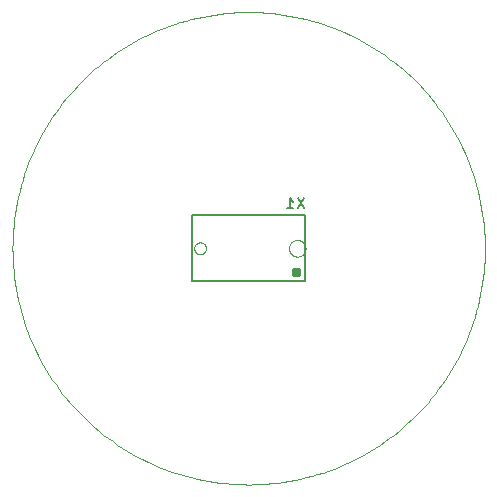
<source format=gbo>
G75*
%MOIN*%
%OFA0B0*%
%FSLAX25Y25*%
%IPPOS*%
%LPD*%
%AMOC8*
5,1,8,0,0,1.08239X$1,22.5*
%
%ADD10C,0.00394*%
%ADD11C,0.00000*%
%ADD12C,0.00787*%
%ADD13C,0.01575*%
%ADD14C,0.00600*%
D10*
X0001394Y0080134D02*
X0001418Y0082066D01*
X0001489Y0083998D01*
X0001607Y0085926D01*
X0001773Y0087852D01*
X0001986Y0089773D01*
X0002246Y0091688D01*
X0002553Y0093596D01*
X0002907Y0095495D01*
X0003307Y0097386D01*
X0003754Y0099266D01*
X0004246Y0101135D01*
X0004785Y0102991D01*
X0005368Y0104833D01*
X0005997Y0106661D01*
X0006670Y0108472D01*
X0007388Y0110266D01*
X0008149Y0112043D01*
X0008954Y0113800D01*
X0009802Y0115536D01*
X0010692Y0117252D01*
X0011623Y0118945D01*
X0012596Y0120614D01*
X0013610Y0122260D01*
X0014664Y0123880D01*
X0015757Y0125473D01*
X0016889Y0127039D01*
X0018060Y0128577D01*
X0019267Y0130086D01*
X0020511Y0131565D01*
X0021792Y0133013D01*
X0023107Y0134428D01*
X0024456Y0135812D01*
X0025840Y0137161D01*
X0027255Y0138476D01*
X0028703Y0139757D01*
X0030182Y0141001D01*
X0031691Y0142208D01*
X0033229Y0143379D01*
X0034795Y0144511D01*
X0036388Y0145604D01*
X0038008Y0146658D01*
X0039654Y0147672D01*
X0041323Y0148645D01*
X0043016Y0149576D01*
X0044732Y0150466D01*
X0046468Y0151314D01*
X0048225Y0152119D01*
X0050002Y0152880D01*
X0051796Y0153598D01*
X0053607Y0154271D01*
X0055435Y0154900D01*
X0057277Y0155483D01*
X0059133Y0156022D01*
X0061002Y0156514D01*
X0062882Y0156961D01*
X0064773Y0157361D01*
X0066672Y0157715D01*
X0068580Y0158022D01*
X0070495Y0158282D01*
X0072416Y0158495D01*
X0074342Y0158661D01*
X0076270Y0158779D01*
X0078202Y0158850D01*
X0080134Y0158874D01*
X0082066Y0158850D01*
X0083998Y0158779D01*
X0085926Y0158661D01*
X0087852Y0158495D01*
X0089773Y0158282D01*
X0091688Y0158022D01*
X0093596Y0157715D01*
X0095495Y0157361D01*
X0097386Y0156961D01*
X0099266Y0156514D01*
X0101135Y0156022D01*
X0102991Y0155483D01*
X0104833Y0154900D01*
X0106661Y0154271D01*
X0108472Y0153598D01*
X0110266Y0152880D01*
X0112043Y0152119D01*
X0113800Y0151314D01*
X0115536Y0150466D01*
X0117252Y0149576D01*
X0118945Y0148645D01*
X0120614Y0147672D01*
X0122260Y0146658D01*
X0123880Y0145604D01*
X0125473Y0144511D01*
X0127039Y0143379D01*
X0128577Y0142208D01*
X0130086Y0141001D01*
X0131565Y0139757D01*
X0133013Y0138476D01*
X0134428Y0137161D01*
X0135812Y0135812D01*
X0137161Y0134428D01*
X0138476Y0133013D01*
X0139757Y0131565D01*
X0141001Y0130086D01*
X0142208Y0128577D01*
X0143379Y0127039D01*
X0144511Y0125473D01*
X0145604Y0123880D01*
X0146658Y0122260D01*
X0147672Y0120614D01*
X0148645Y0118945D01*
X0149576Y0117252D01*
X0150466Y0115536D01*
X0151314Y0113800D01*
X0152119Y0112043D01*
X0152880Y0110266D01*
X0153598Y0108472D01*
X0154271Y0106661D01*
X0154900Y0104833D01*
X0155483Y0102991D01*
X0156022Y0101135D01*
X0156514Y0099266D01*
X0156961Y0097386D01*
X0157361Y0095495D01*
X0157715Y0093596D01*
X0158022Y0091688D01*
X0158282Y0089773D01*
X0158495Y0087852D01*
X0158661Y0085926D01*
X0158779Y0083998D01*
X0158850Y0082066D01*
X0158874Y0080134D01*
X0158850Y0078202D01*
X0158779Y0076270D01*
X0158661Y0074342D01*
X0158495Y0072416D01*
X0158282Y0070495D01*
X0158022Y0068580D01*
X0157715Y0066672D01*
X0157361Y0064773D01*
X0156961Y0062882D01*
X0156514Y0061002D01*
X0156022Y0059133D01*
X0155483Y0057277D01*
X0154900Y0055435D01*
X0154271Y0053607D01*
X0153598Y0051796D01*
X0152880Y0050002D01*
X0152119Y0048225D01*
X0151314Y0046468D01*
X0150466Y0044732D01*
X0149576Y0043016D01*
X0148645Y0041323D01*
X0147672Y0039654D01*
X0146658Y0038008D01*
X0145604Y0036388D01*
X0144511Y0034795D01*
X0143379Y0033229D01*
X0142208Y0031691D01*
X0141001Y0030182D01*
X0139757Y0028703D01*
X0138476Y0027255D01*
X0137161Y0025840D01*
X0135812Y0024456D01*
X0134428Y0023107D01*
X0133013Y0021792D01*
X0131565Y0020511D01*
X0130086Y0019267D01*
X0128577Y0018060D01*
X0127039Y0016889D01*
X0125473Y0015757D01*
X0123880Y0014664D01*
X0122260Y0013610D01*
X0120614Y0012596D01*
X0118945Y0011623D01*
X0117252Y0010692D01*
X0115536Y0009802D01*
X0113800Y0008954D01*
X0112043Y0008149D01*
X0110266Y0007388D01*
X0108472Y0006670D01*
X0106661Y0005997D01*
X0104833Y0005368D01*
X0102991Y0004785D01*
X0101135Y0004246D01*
X0099266Y0003754D01*
X0097386Y0003307D01*
X0095495Y0002907D01*
X0093596Y0002553D01*
X0091688Y0002246D01*
X0089773Y0001986D01*
X0087852Y0001773D01*
X0085926Y0001607D01*
X0083998Y0001489D01*
X0082066Y0001418D01*
X0080134Y0001394D01*
X0078202Y0001418D01*
X0076270Y0001489D01*
X0074342Y0001607D01*
X0072416Y0001773D01*
X0070495Y0001986D01*
X0068580Y0002246D01*
X0066672Y0002553D01*
X0064773Y0002907D01*
X0062882Y0003307D01*
X0061002Y0003754D01*
X0059133Y0004246D01*
X0057277Y0004785D01*
X0055435Y0005368D01*
X0053607Y0005997D01*
X0051796Y0006670D01*
X0050002Y0007388D01*
X0048225Y0008149D01*
X0046468Y0008954D01*
X0044732Y0009802D01*
X0043016Y0010692D01*
X0041323Y0011623D01*
X0039654Y0012596D01*
X0038008Y0013610D01*
X0036388Y0014664D01*
X0034795Y0015757D01*
X0033229Y0016889D01*
X0031691Y0018060D01*
X0030182Y0019267D01*
X0028703Y0020511D01*
X0027255Y0021792D01*
X0025840Y0023107D01*
X0024456Y0024456D01*
X0023107Y0025840D01*
X0021792Y0027255D01*
X0020511Y0028703D01*
X0019267Y0030182D01*
X0018060Y0031691D01*
X0016889Y0033229D01*
X0015757Y0034795D01*
X0014664Y0036388D01*
X0013610Y0038008D01*
X0012596Y0039654D01*
X0011623Y0041323D01*
X0010692Y0043016D01*
X0009802Y0044732D01*
X0008954Y0046468D01*
X0008149Y0048225D01*
X0007388Y0050002D01*
X0006670Y0051796D01*
X0005997Y0053607D01*
X0005368Y0055435D01*
X0004785Y0057277D01*
X0004246Y0059133D01*
X0003754Y0061002D01*
X0003307Y0062882D01*
X0002907Y0064773D01*
X0002553Y0066672D01*
X0002246Y0068580D01*
X0001986Y0070495D01*
X0001773Y0072416D01*
X0001607Y0074342D01*
X0001489Y0076270D01*
X0001418Y0078202D01*
X0001394Y0080134D01*
D11*
X0061964Y0080134D02*
X0061966Y0080222D01*
X0061972Y0080310D01*
X0061982Y0080398D01*
X0061996Y0080486D01*
X0062013Y0080572D01*
X0062035Y0080658D01*
X0062060Y0080742D01*
X0062090Y0080826D01*
X0062122Y0080908D01*
X0062159Y0080988D01*
X0062199Y0081067D01*
X0062243Y0081144D01*
X0062290Y0081219D01*
X0062340Y0081291D01*
X0062394Y0081362D01*
X0062450Y0081429D01*
X0062510Y0081495D01*
X0062572Y0081557D01*
X0062638Y0081617D01*
X0062705Y0081673D01*
X0062776Y0081727D01*
X0062848Y0081777D01*
X0062923Y0081824D01*
X0063000Y0081868D01*
X0063079Y0081908D01*
X0063159Y0081945D01*
X0063241Y0081977D01*
X0063325Y0082007D01*
X0063409Y0082032D01*
X0063495Y0082054D01*
X0063581Y0082071D01*
X0063669Y0082085D01*
X0063757Y0082095D01*
X0063845Y0082101D01*
X0063933Y0082103D01*
X0064021Y0082101D01*
X0064109Y0082095D01*
X0064197Y0082085D01*
X0064285Y0082071D01*
X0064371Y0082054D01*
X0064457Y0082032D01*
X0064541Y0082007D01*
X0064625Y0081977D01*
X0064707Y0081945D01*
X0064787Y0081908D01*
X0064866Y0081868D01*
X0064943Y0081824D01*
X0065018Y0081777D01*
X0065090Y0081727D01*
X0065161Y0081673D01*
X0065228Y0081617D01*
X0065294Y0081557D01*
X0065356Y0081495D01*
X0065416Y0081429D01*
X0065472Y0081362D01*
X0065526Y0081291D01*
X0065576Y0081219D01*
X0065623Y0081144D01*
X0065667Y0081067D01*
X0065707Y0080988D01*
X0065744Y0080908D01*
X0065776Y0080826D01*
X0065806Y0080742D01*
X0065831Y0080658D01*
X0065853Y0080572D01*
X0065870Y0080486D01*
X0065884Y0080398D01*
X0065894Y0080310D01*
X0065900Y0080222D01*
X0065902Y0080134D01*
X0065900Y0080046D01*
X0065894Y0079958D01*
X0065884Y0079870D01*
X0065870Y0079782D01*
X0065853Y0079696D01*
X0065831Y0079610D01*
X0065806Y0079526D01*
X0065776Y0079442D01*
X0065744Y0079360D01*
X0065707Y0079280D01*
X0065667Y0079201D01*
X0065623Y0079124D01*
X0065576Y0079049D01*
X0065526Y0078977D01*
X0065472Y0078906D01*
X0065416Y0078839D01*
X0065356Y0078773D01*
X0065294Y0078711D01*
X0065228Y0078651D01*
X0065161Y0078595D01*
X0065090Y0078541D01*
X0065018Y0078491D01*
X0064943Y0078444D01*
X0064866Y0078400D01*
X0064787Y0078360D01*
X0064707Y0078323D01*
X0064625Y0078291D01*
X0064541Y0078261D01*
X0064457Y0078236D01*
X0064371Y0078214D01*
X0064285Y0078197D01*
X0064197Y0078183D01*
X0064109Y0078173D01*
X0064021Y0078167D01*
X0063933Y0078165D01*
X0063845Y0078167D01*
X0063757Y0078173D01*
X0063669Y0078183D01*
X0063581Y0078197D01*
X0063495Y0078214D01*
X0063409Y0078236D01*
X0063325Y0078261D01*
X0063241Y0078291D01*
X0063159Y0078323D01*
X0063079Y0078360D01*
X0063000Y0078400D01*
X0062923Y0078444D01*
X0062848Y0078491D01*
X0062776Y0078541D01*
X0062705Y0078595D01*
X0062638Y0078651D01*
X0062572Y0078711D01*
X0062510Y0078773D01*
X0062450Y0078839D01*
X0062394Y0078906D01*
X0062340Y0078977D01*
X0062290Y0079049D01*
X0062243Y0079124D01*
X0062199Y0079201D01*
X0062159Y0079280D01*
X0062122Y0079360D01*
X0062090Y0079442D01*
X0062060Y0079526D01*
X0062035Y0079610D01*
X0062013Y0079696D01*
X0061996Y0079782D01*
X0061982Y0079870D01*
X0061972Y0079958D01*
X0061966Y0080046D01*
X0061964Y0080134D01*
X0093579Y0080134D02*
X0093581Y0080239D01*
X0093587Y0080344D01*
X0093597Y0080448D01*
X0093611Y0080552D01*
X0093629Y0080656D01*
X0093651Y0080758D01*
X0093676Y0080860D01*
X0093706Y0080961D01*
X0093739Y0081060D01*
X0093776Y0081158D01*
X0093817Y0081255D01*
X0093862Y0081350D01*
X0093910Y0081443D01*
X0093961Y0081535D01*
X0094017Y0081624D01*
X0094075Y0081711D01*
X0094137Y0081796D01*
X0094201Y0081879D01*
X0094269Y0081959D01*
X0094340Y0082036D01*
X0094414Y0082110D01*
X0094491Y0082182D01*
X0094570Y0082251D01*
X0094652Y0082316D01*
X0094736Y0082379D01*
X0094823Y0082438D01*
X0094912Y0082494D01*
X0095003Y0082547D01*
X0095096Y0082596D01*
X0095190Y0082641D01*
X0095286Y0082683D01*
X0095384Y0082721D01*
X0095483Y0082755D01*
X0095584Y0082786D01*
X0095685Y0082812D01*
X0095788Y0082835D01*
X0095891Y0082854D01*
X0095995Y0082869D01*
X0096099Y0082880D01*
X0096204Y0082887D01*
X0096309Y0082890D01*
X0096414Y0082889D01*
X0096519Y0082884D01*
X0096623Y0082875D01*
X0096727Y0082862D01*
X0096831Y0082845D01*
X0096934Y0082824D01*
X0097036Y0082799D01*
X0097137Y0082771D01*
X0097236Y0082738D01*
X0097335Y0082702D01*
X0097432Y0082662D01*
X0097527Y0082619D01*
X0097621Y0082571D01*
X0097713Y0082521D01*
X0097803Y0082467D01*
X0097891Y0082409D01*
X0097976Y0082348D01*
X0098059Y0082284D01*
X0098140Y0082217D01*
X0098218Y0082147D01*
X0098293Y0082073D01*
X0098365Y0081998D01*
X0098435Y0081919D01*
X0098501Y0081838D01*
X0098565Y0081754D01*
X0098625Y0081668D01*
X0098681Y0081580D01*
X0098735Y0081489D01*
X0098785Y0081397D01*
X0098831Y0081303D01*
X0098874Y0081207D01*
X0098913Y0081109D01*
X0098948Y0081011D01*
X0098979Y0080910D01*
X0099007Y0080809D01*
X0099031Y0080707D01*
X0099051Y0080604D01*
X0099067Y0080500D01*
X0099079Y0080396D01*
X0099087Y0080291D01*
X0099091Y0080186D01*
X0099091Y0080082D01*
X0099087Y0079977D01*
X0099079Y0079872D01*
X0099067Y0079768D01*
X0099051Y0079664D01*
X0099031Y0079561D01*
X0099007Y0079459D01*
X0098979Y0079358D01*
X0098948Y0079257D01*
X0098913Y0079159D01*
X0098874Y0079061D01*
X0098831Y0078965D01*
X0098785Y0078871D01*
X0098735Y0078779D01*
X0098681Y0078688D01*
X0098625Y0078600D01*
X0098565Y0078514D01*
X0098501Y0078430D01*
X0098435Y0078349D01*
X0098365Y0078270D01*
X0098293Y0078195D01*
X0098218Y0078121D01*
X0098140Y0078051D01*
X0098059Y0077984D01*
X0097976Y0077920D01*
X0097891Y0077859D01*
X0097803Y0077801D01*
X0097713Y0077747D01*
X0097621Y0077697D01*
X0097527Y0077649D01*
X0097432Y0077606D01*
X0097335Y0077566D01*
X0097236Y0077530D01*
X0097137Y0077497D01*
X0097036Y0077469D01*
X0096934Y0077444D01*
X0096831Y0077423D01*
X0096727Y0077406D01*
X0096623Y0077393D01*
X0096519Y0077384D01*
X0096414Y0077379D01*
X0096309Y0077378D01*
X0096204Y0077381D01*
X0096099Y0077388D01*
X0095995Y0077399D01*
X0095891Y0077414D01*
X0095788Y0077433D01*
X0095685Y0077456D01*
X0095584Y0077482D01*
X0095483Y0077513D01*
X0095384Y0077547D01*
X0095286Y0077585D01*
X0095190Y0077627D01*
X0095096Y0077672D01*
X0095003Y0077721D01*
X0094912Y0077774D01*
X0094823Y0077830D01*
X0094736Y0077889D01*
X0094652Y0077952D01*
X0094570Y0078017D01*
X0094491Y0078086D01*
X0094414Y0078158D01*
X0094340Y0078232D01*
X0094269Y0078309D01*
X0094201Y0078389D01*
X0094137Y0078472D01*
X0094075Y0078557D01*
X0094017Y0078644D01*
X0093961Y0078733D01*
X0093910Y0078825D01*
X0093862Y0078918D01*
X0093817Y0079013D01*
X0093776Y0079110D01*
X0093739Y0079208D01*
X0093706Y0079307D01*
X0093676Y0079408D01*
X0093651Y0079510D01*
X0093629Y0079612D01*
X0093611Y0079716D01*
X0093597Y0079820D01*
X0093587Y0079924D01*
X0093581Y0080029D01*
X0093579Y0080134D01*
D12*
X0098933Y0069110D02*
X0061335Y0069110D01*
X0061335Y0091157D01*
X0098933Y0091157D01*
X0098933Y0069110D01*
D13*
X0095095Y0072260D02*
X0095097Y0072316D01*
X0095103Y0072371D01*
X0095113Y0072425D01*
X0095126Y0072479D01*
X0095144Y0072532D01*
X0095165Y0072583D01*
X0095189Y0072633D01*
X0095217Y0072681D01*
X0095249Y0072727D01*
X0095283Y0072771D01*
X0095321Y0072812D01*
X0095361Y0072850D01*
X0095404Y0072885D01*
X0095449Y0072917D01*
X0095497Y0072946D01*
X0095546Y0072972D01*
X0095597Y0072994D01*
X0095649Y0073012D01*
X0095703Y0073026D01*
X0095758Y0073037D01*
X0095813Y0073044D01*
X0095868Y0073047D01*
X0095924Y0073046D01*
X0095979Y0073041D01*
X0096034Y0073032D01*
X0096088Y0073020D01*
X0096141Y0073003D01*
X0096193Y0072983D01*
X0096243Y0072959D01*
X0096291Y0072932D01*
X0096338Y0072902D01*
X0096382Y0072868D01*
X0096424Y0072831D01*
X0096462Y0072791D01*
X0096499Y0072749D01*
X0096532Y0072704D01*
X0096561Y0072658D01*
X0096588Y0072609D01*
X0096610Y0072558D01*
X0096630Y0072506D01*
X0096645Y0072452D01*
X0096657Y0072398D01*
X0096665Y0072343D01*
X0096669Y0072288D01*
X0096669Y0072232D01*
X0096665Y0072177D01*
X0096657Y0072122D01*
X0096645Y0072068D01*
X0096630Y0072014D01*
X0096610Y0071962D01*
X0096588Y0071911D01*
X0096561Y0071862D01*
X0096532Y0071816D01*
X0096499Y0071771D01*
X0096462Y0071729D01*
X0096424Y0071689D01*
X0096382Y0071652D01*
X0096338Y0071618D01*
X0096291Y0071588D01*
X0096243Y0071561D01*
X0096193Y0071537D01*
X0096141Y0071517D01*
X0096088Y0071500D01*
X0096034Y0071488D01*
X0095979Y0071479D01*
X0095924Y0071474D01*
X0095868Y0071473D01*
X0095813Y0071476D01*
X0095758Y0071483D01*
X0095703Y0071494D01*
X0095649Y0071508D01*
X0095597Y0071526D01*
X0095546Y0071548D01*
X0095497Y0071574D01*
X0095449Y0071603D01*
X0095404Y0071635D01*
X0095361Y0071670D01*
X0095321Y0071708D01*
X0095283Y0071749D01*
X0095249Y0071793D01*
X0095217Y0071839D01*
X0095189Y0071887D01*
X0095165Y0071937D01*
X0095144Y0071988D01*
X0095126Y0072041D01*
X0095113Y0072095D01*
X0095103Y0072149D01*
X0095097Y0072204D01*
X0095095Y0072260D01*
D14*
X0095048Y0093426D02*
X0092780Y0093426D01*
X0093914Y0093426D02*
X0093914Y0096829D01*
X0095048Y0095695D01*
X0096463Y0096829D02*
X0098731Y0093426D01*
X0096463Y0093426D02*
X0098731Y0096829D01*
M02*

</source>
